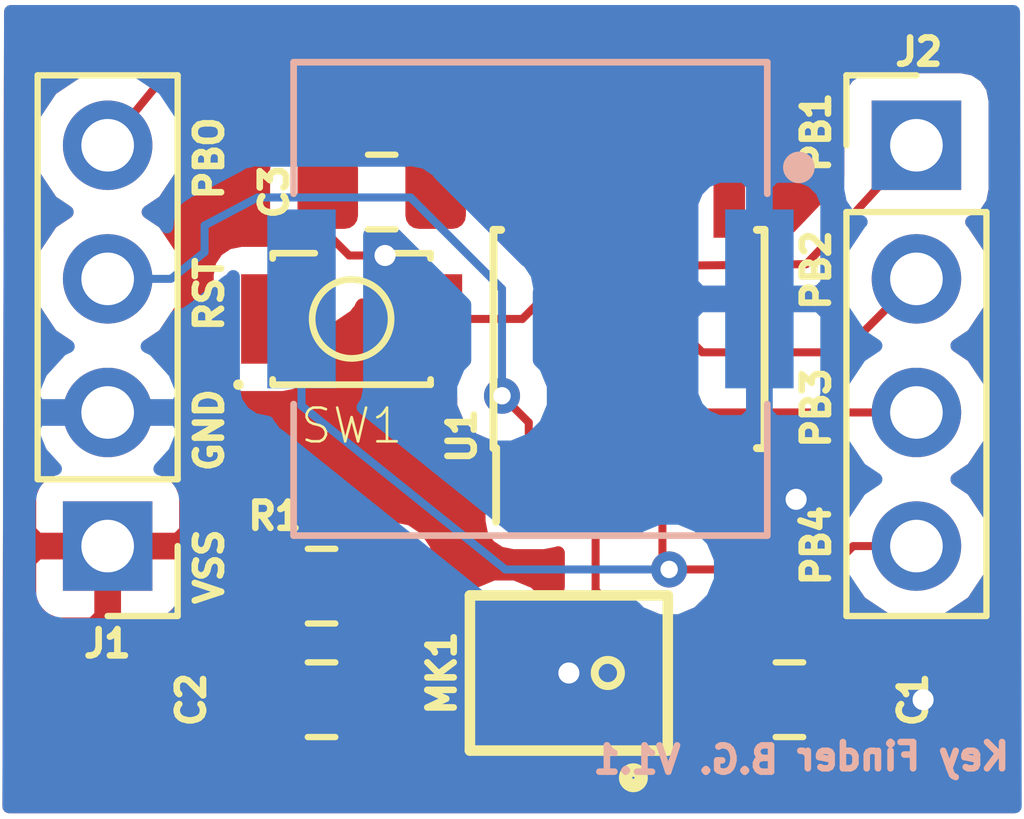
<source format=kicad_pcb>
(kicad_pcb (version 20171130) (host pcbnew "(5.0.1)-4")

  (general
    (thickness 1.6)
    (drawings 8)
    (tracks 71)
    (zones 0)
    (modules 10)
    (nets 11)
  )

  (page A4)
  (layers
    (0 F.Cu signal)
    (31 B.Cu signal)
    (34 B.Paste user)
    (35 F.Paste user)
    (36 B.SilkS user)
    (37 F.SilkS user)
    (38 B.Mask user hide)
    (39 F.Mask user)
    (40 Dwgs.User user)
    (41 Cmts.User user)
    (42 Eco1.User user)
    (43 Eco2.User user)
    (44 Edge.Cuts user)
    (45 Margin user hide)
    (46 B.CrtYd user hide)
    (47 F.CrtYd user hide)
    (48 B.Fab user)
    (49 F.Fab user)
  )

  (setup
    (last_trace_width 0.1524)
    (trace_clearance 0.1524)
    (zone_clearance 0.508)
    (zone_45_only no)
    (trace_min 0.1524)
    (segment_width 0.2)
    (edge_width 0.2)
    (via_size 0.6858)
    (via_drill 0.3302)
    (via_min_size 0.6858)
    (via_min_drill 0.254)
    (uvia_size 0.6858)
    (uvia_drill 0.3302)
    (uvias_allowed no)
    (uvia_min_size 0.2)
    (uvia_min_drill 0.1)
    (pcb_text_width 0.3)
    (pcb_text_size 1.5 1.5)
    (mod_edge_width 0.15)
    (mod_text_size 1 1)
    (mod_text_width 0.15)
    (pad_size 1.5 1.5)
    (pad_drill 0.6)
    (pad_to_mask_clearance 0.0508)
    (solder_mask_min_width 0.25)
    (aux_axis_origin 0 0)
    (visible_elements 7FFDFFFF)
    (pcbplotparams
      (layerselection 0x010fc_ffffffff)
      (usegerberextensions false)
      (usegerberattributes false)
      (usegerberadvancedattributes false)
      (creategerberjobfile false)
      (excludeedgelayer true)
      (linewidth 0.100000)
      (plotframeref false)
      (viasonmask false)
      (mode 1)
      (useauxorigin false)
      (hpglpennumber 1)
      (hpglpenspeed 20)
      (hpglpendiameter 15.000000)
      (psnegative false)
      (psa4output false)
      (plotreference true)
      (plotvalue true)
      (plotinvisibletext false)
      (padsonsilk false)
      (subtractmaskfromsilk false)
      (outputformat 1)
      (mirror false)
      (drillshape 1)
      (scaleselection 1)
      (outputdirectory ""))
  )

  (net 0 "")
  (net 1 +2V8)
  (net 2 GND)
  (net 3 "Net-(C2-Pad1)")
  (net 4 PB4)
  (net 5 "Net-(MK1-Pad3)")
  (net 6 PB3)
  (net 7 PB2)
  (net 8 Reset)
  (net 9 PB0)
  (net 10 PB1)

  (net_class Default "This is the default net class."
    (clearance 0.1524)
    (trace_width 0.1524)
    (via_dia 0.6858)
    (via_drill 0.3302)
    (uvia_dia 0.6858)
    (uvia_drill 0.3302)
    (add_net +2V8)
    (add_net GND)
    (add_net "Net-(C2-Pad1)")
    (add_net "Net-(MK1-Pad3)")
    (add_net PB0)
    (add_net PB1)
    (add_net PB2)
    (add_net PB3)
    (add_net PB4)
    (add_net Reset)
  )

  (module Button_Switch_SMD:SW_B3U-1000P (layer F.Cu) (tedit 5C4E5125) (tstamp 5C5A97CA)
    (at 105.0925 56.007 180)
    (path /5C4EB910)
    (attr smd)
    (fp_text reference SW1 (at 0 -2.032) (layer F.SilkS)
      (effects (font (size 0.641085 0.641085) (thickness 0.05)))
    )
    (fp_text value B3U-1000P (at 3.0949 0.218087 270) (layer Dwgs.User)
      (effects (font (size 0.640269 0.640269) (thickness 0.05)))
    )
    (fp_line (start -2.5 1.5) (end -2.5 -1.5) (layer Eco1.User) (width 0.05))
    (fp_line (start -0.75 1.5) (end -2.5 1.5) (layer Eco1.User) (width 0.05))
    (fp_line (start 0.75 1.5) (end -0.75 1.5) (layer Eco1.User) (width 0.05))
    (fp_line (start 2.5 1.5) (end 0.75 1.5) (layer Eco1.User) (width 0.05))
    (fp_line (start 2.5 -1.5) (end 2.5 1.5) (layer Eco1.User) (width 0.05))
    (fp_line (start -2.5 -1.5) (end 2.5 -1.5) (layer Eco1.User) (width 0.05))
    (fp_circle (center 2.15 -1.25) (end 2.2 -1.25) (layer F.SilkS) (width 0.1))
    (fp_line (start 1.5 1.25) (end 0.7 1.25) (layer F.SilkS) (width 0.127))
    (fp_line (start 1.5 1.15) (end 1.5 1.25) (layer F.SilkS) (width 0.127))
    (fp_line (start -1.5 1.25) (end -0.7 1.25) (layer F.SilkS) (width 0.127))
    (fp_line (start -1.5 1.15) (end -1.5 1.25) (layer F.SilkS) (width 0.127))
    (fp_line (start 1.5 -1.25) (end 1.5 -1.15) (layer F.SilkS) (width 0.127))
    (fp_line (start -1.5 -1.25) (end 1.5 -1.25) (layer F.SilkS) (width 0.127))
    (fp_line (start -1.5 -1.15) (end -1.5 -1.25) (layer F.SilkS) (width 0.127))
    (fp_circle (center 0 0) (end 0.75 0) (layer F.SilkS) (width 0.127))
    (fp_line (start -1.5 1.25) (end -1.5 -1.25) (layer Dwgs.User) (width 0.127))
    (fp_line (start 1.5 1.25) (end -1.5 1.25) (layer Dwgs.User) (width 0.127))
    (fp_line (start 1.5 -1.25) (end 1.5 1.25) (layer Dwgs.User) (width 0.127))
    (fp_line (start -1.5 -1.25) (end 1.5 -1.25) (layer Dwgs.User) (width 0.127))
    (pad 1 smd rect (at 1.7 0 180) (size 0.8 1.7) (layers F.Cu F.Paste F.Mask)
      (net 2 GND))
    (pad 2 smd rect (at -1.7 0 180) (size 0.8 1.7) (layers F.Cu F.Paste F.Mask)
      (net 7 PB2))
  )

  (module Buzzer_Beeper:XDCR_PKMCS0909E4000-R1 (layer B.Cu) (tedit 5C269D44) (tstamp 5C21BC0E)
    (at 108.49 55.626 180)
    (path /5C19A03D)
    (attr smd)
    (fp_text reference LS1 (at -5.1115 0 90) (layer B.SilkS) hide
      (effects (font (size 1.00146 1.00146) (thickness 0.05)) (justify mirror))
    )
    (fp_text value PKMCS0909E4000-R1 (at -1.30944 -5.5338 180) (layer B.SilkS) hide
      (effects (font (size 1.00341 1.00341) (thickness 0.05)) (justify mirror))
    )
    (fp_line (start 5.2 4.8) (end -5.2 4.8) (layer B.CrtYd) (width 0.05))
    (fp_line (start 5.2 -4.8) (end 5.2 4.8) (layer B.CrtYd) (width 0.05))
    (fp_line (start -5.2 -4.8) (end 5.2 -4.8) (layer B.CrtYd) (width 0.05))
    (fp_line (start -5.2 4.8) (end -5.2 -4.8) (layer B.CrtYd) (width 0.05))
    (fp_line (start 4.5 4.5) (end -4.5 4.5) (layer Dwgs.User) (width 0.127))
    (fp_line (start 4.5 -4.5) (end 4.5 4.5) (layer Dwgs.User) (width 0.127))
    (fp_line (start -4.5 -4.5) (end 4.5 -4.5) (layer Dwgs.User) (width 0.127))
    (fp_line (start -4.5 4.5) (end -4.5 -4.5) (layer Dwgs.User) (width 0.127))
    (fp_circle (center -5.1 2.5) (end -4.95 2.5) (layer B.SilkS) (width 0.3))
    (fp_line (start -4.5 -4.5) (end -4.5 -2) (layer B.SilkS) (width 0.127))
    (fp_line (start 4.5 -4.5) (end -4.5 -4.5) (layer B.SilkS) (width 0.127))
    (fp_line (start 4.5 -2) (end 4.5 -4.5) (layer B.SilkS) (width 0.127))
    (fp_line (start 4.5 4.5) (end 4.5 2) (layer B.SilkS) (width 0.127))
    (fp_line (start -4.5 4.5) (end 4.5 4.5) (layer B.SilkS) (width 0.127))
    (fp_line (start -4.5 2) (end -4.5 4.5) (layer B.SilkS) (width 0.127))
    (pad 2 smd rect (at 4.35 0 180) (size 1.3 3.4) (layers B.Cu B.Paste B.Mask)
      (net 4 PB4))
    (pad 1 smd rect (at -4.35 0 180) (size 1.3 3.4) (layers B.Cu B.Paste B.Mask)
      (net 2 GND))
  )

  (module Sensor_Audio:SPU0414HR5H-SB (layer F.Cu) (tedit 5C26A46E) (tstamp 5C466030)
    (at 109.22 62.738 270)
    (descr SPU0414HR5H-SB)
    (tags Microphone)
    (path /5C1A9BE1)
    (attr smd)
    (fp_text reference MK1 (at 0 2.413 90) (layer F.SilkS)
      (effects (font (size 0.5 0.5) (thickness 0.125)))
    )
    (fp_text value SPU0414HR5H-SB (at 5.808 -3.314) (layer F.SilkS) hide
      (effects (font (size 1.27 1.27) (thickness 0.254)))
    )
    (fp_circle (center 0 -0.7406) (end 0.25 -0.7406) (layer F.SilkS) (width 0.15))
    (fp_circle (center 1.992 -1.226) (end 1.971 -1.226) (layer F.SilkS) (width 0.254))
    (fp_line (start 1.475 1.88) (end -1.475 1.88) (layer F.SilkS) (width 0.2))
    (fp_line (start 1.475 -1.88) (end 1.475 1.88) (layer F.SilkS) (width 0.2))
    (fp_line (start -1.475 -1.88) (end 1.475 -1.88) (layer F.SilkS) (width 0.2))
    (fp_line (start -1.475 1.88) (end -1.475 -1.88) (layer F.SilkS) (width 0.2))
    (fp_line (start -1.475 1.88) (end -1.475 -1.88) (layer F.CrtYd) (width 0.05))
    (fp_line (start 1.475 1.88) (end -1.475 1.88) (layer F.CrtYd) (width 0.05))
    (fp_line (start 1.475 -1.88) (end 1.475 1.88) (layer F.CrtYd) (width 0.05))
    (fp_line (start -1.475 -1.88) (end 1.475 -1.88) (layer F.CrtYd) (width 0.05))
    (pad 4 smd circle (at -0.85 -1.23) (size 0.8 0.8) (layers F.Cu F.Paste F.Mask)
      (net 6 PB3))
    (pad 3 smd circle (at -0.85 1.23) (size 0.8 0.8) (layers F.Cu F.Paste F.Mask)
      (net 5 "Net-(MK1-Pad3)"))
    (pad 2 smd circle (at 0.85 1.23) (size 0.8 0.8) (layers F.Cu F.Paste F.Mask)
      (net 2 GND))
    (pad 1 smd circle (at 0.85 -1.23) (size 0.8 0.8) (layers F.Cu F.Paste F.Mask)
      (net 1 +2V8))
  )

  (module Connector_PinHeader_2.54mm:PinHeader_1x04_P2.54mm_Vertical (layer F.Cu) (tedit 5C4E4FCA) (tstamp 5C21BB0B)
    (at 100.457 60.325 180)
    (descr "Through hole straight pin header, 1x04, 2.54mm pitch, single row")
    (tags "Through hole pin header THT 1x04 2.54mm single row")
    (path /5C222480)
    (fp_text reference J1 (at 0.00508 -1.8542) (layer F.SilkS)
      (effects (font (size 0.5 0.5) (thickness 0.125)))
    )
    (fp_text value Conn_01x04 (at 2.39558 5.3812 180) (layer F.Fab) hide
      (effects (font (size 1 1) (thickness 0.15)))
    )
    (fp_text user %R (at 0.0635 6.30428 270) (layer F.Fab) hide
      (effects (font (size 1 1) (thickness 0.15)))
    )
    (fp_line (start 1.8 -1.8) (end -1.8 -1.8) (layer F.CrtYd) (width 0.05))
    (fp_line (start 1.8 9.4) (end 1.8 -1.8) (layer F.CrtYd) (width 0.05))
    (fp_line (start -1.8 9.4) (end 1.8 9.4) (layer F.CrtYd) (width 0.05))
    (fp_line (start -1.8 -1.8) (end -1.8 9.4) (layer F.CrtYd) (width 0.05))
    (fp_line (start -1.33 -1.33) (end 0 -1.33) (layer F.SilkS) (width 0.12))
    (fp_line (start -1.33 0) (end -1.33 -1.33) (layer F.SilkS) (width 0.12))
    (fp_line (start -1.33 1.27) (end 1.33 1.27) (layer F.SilkS) (width 0.12))
    (fp_line (start 1.33 1.27) (end 1.33 8.95) (layer F.SilkS) (width 0.12))
    (fp_line (start -1.33 1.27) (end -1.33 8.95) (layer F.SilkS) (width 0.12))
    (fp_line (start -1.33 8.95) (end 1.33 8.95) (layer F.SilkS) (width 0.12))
    (fp_line (start -1.27 -0.635) (end -0.635 -1.27) (layer F.Fab) (width 0.1))
    (fp_line (start -1.27 8.89) (end -1.27 -0.635) (layer F.Fab) (width 0.1))
    (fp_line (start 1.27 8.89) (end -1.27 8.89) (layer F.Fab) (width 0.1))
    (fp_line (start 1.27 -1.27) (end 1.27 8.89) (layer F.Fab) (width 0.1))
    (fp_line (start -0.635 -1.27) (end 1.27 -1.27) (layer F.Fab) (width 0.1))
    (pad 4 thru_hole oval (at 0 7.62 180) (size 1.7 1.7) (drill 1) (layers *.Cu *.Mask)
      (net 9 PB0))
    (pad 3 thru_hole oval (at 0 5.08 180) (size 1.7 1.7) (drill 1) (layers *.Cu *.Mask)
      (net 8 Reset))
    (pad 2 thru_hole oval (at 0 2.54 180) (size 1.7 1.7) (drill 1) (layers *.Cu *.Mask)
      (net 2 GND))
    (pad 1 thru_hole rect (at 0 0 180) (size 1.7 1.7) (drill 1) (layers *.Cu *.Mask)
      (net 1 +2V8))
    (model ${KISYS3DMOD}/Connector_PinHeader_2.54mm.3dshapes/PinHeader_1x04_P2.54mm_Vertical.wrl
      (at (xyz 0 0 0))
      (scale (xyz 1 1 1))
      (rotate (xyz 0 0 0))
    )
  )

  (module Package_SO:SOIC-8_3.9x4.9mm_P1.27mm (layer F.Cu) (tedit 5C26A512) (tstamp 5C21AB37)
    (at 110.363 56.388 90)
    (descr "8-Lead Plastic Small Outline (SN) - Narrow, 3.90 mm Body [SOIC] (see Microchip Packaging Specification 00000049BS.pdf)")
    (tags "SOIC 1.27")
    (path /5C20002F)
    (attr smd)
    (fp_text reference U1 (at -1.8415 -3.175 90) (layer F.SilkS)
      (effects (font (size 0.5 0.5) (thickness 0.125)))
    )
    (fp_text value ATtiny13A-SSU (at 0 3.5 90) (layer F.Fab) hide
      (effects (font (size 1 1) (thickness 0.15)))
    )
    (fp_line (start -2.075 -2.525) (end -3.475 -2.525) (layer F.SilkS) (width 0.15))
    (fp_line (start -2.075 2.575) (end 2.075 2.575) (layer F.SilkS) (width 0.15))
    (fp_line (start -2.075 -2.575) (end 2.075 -2.575) (layer F.SilkS) (width 0.15))
    (fp_line (start -2.075 2.575) (end -2.075 2.43) (layer F.SilkS) (width 0.15))
    (fp_line (start 2.075 2.575) (end 2.075 2.43) (layer F.SilkS) (width 0.15))
    (fp_line (start 2.075 -2.575) (end 2.075 -2.43) (layer F.SilkS) (width 0.15))
    (fp_line (start -2.075 -2.575) (end -2.075 -2.525) (layer F.SilkS) (width 0.15))
    (fp_line (start -3.73 2.7) (end 3.73 2.7) (layer F.CrtYd) (width 0.05))
    (fp_line (start -3.73 -2.7) (end 3.73 -2.7) (layer F.CrtYd) (width 0.05))
    (fp_line (start 3.73 -2.7) (end 3.73 2.7) (layer F.CrtYd) (width 0.05))
    (fp_line (start -3.73 -2.7) (end -3.73 2.7) (layer F.CrtYd) (width 0.05))
    (fp_line (start -1.95 -1.45) (end -0.95 -2.45) (layer F.Fab) (width 0.1))
    (fp_line (start -1.95 2.45) (end -1.95 -1.45) (layer F.Fab) (width 0.1))
    (fp_line (start 1.95 2.45) (end -1.95 2.45) (layer F.Fab) (width 0.1))
    (fp_line (start 1.95 -2.45) (end 1.95 2.45) (layer F.Fab) (width 0.1))
    (fp_line (start -0.95 -2.45) (end 1.95 -2.45) (layer F.Fab) (width 0.1))
    (fp_text user %R (at 0 0 90) (layer F.Fab)
      (effects (font (size 1 1) (thickness 0.15)))
    )
    (pad 8 smd rect (at 2.7 -1.905 90) (size 1.55 0.6) (layers F.Cu F.Paste F.Mask)
      (net 1 +2V8))
    (pad 7 smd rect (at 2.7 -0.635 90) (size 1.55 0.6) (layers F.Cu F.Paste F.Mask)
      (net 7 PB2))
    (pad 6 smd rect (at 2.7 0.635 90) (size 1.55 0.6) (layers F.Cu F.Paste F.Mask)
      (net 10 PB1))
    (pad 5 smd rect (at 2.7 1.905 90) (size 1.55 0.6) (layers F.Cu F.Paste F.Mask)
      (net 9 PB0))
    (pad 4 smd rect (at -2.7 1.905 90) (size 1.55 0.6) (layers F.Cu F.Paste F.Mask)
      (net 2 GND))
    (pad 3 smd rect (at -2.7 0.635 90) (size 1.55 0.6) (layers F.Cu F.Paste F.Mask)
      (net 4 PB4))
    (pad 2 smd rect (at -2.7 -0.635 90) (size 1.55 0.6) (layers F.Cu F.Paste F.Mask)
      (net 6 PB3))
    (pad 1 smd rect (at -2.7 -1.905 90) (size 1.55 0.6) (layers F.Cu F.Paste F.Mask)
      (net 8 Reset))
    (model ${KISYS3DMOD}/Package_SO.3dshapes/SOIC-8_3.9x4.9mm_P1.27mm.wrl
      (at (xyz 0 0 0))
      (scale (xyz 1 1 1))
      (rotate (xyz 0 0 0))
    )
  )

  (module Connector_PinHeader_2.54mm:PinHeader_1x04_P2.54mm_Vertical (layer F.Cu) (tedit 5C26A4FD) (tstamp 5C4E525C)
    (at 115.824 52.705)
    (descr "Through hole straight pin header, 1x04, 2.54mm pitch, single row")
    (tags "Through hole pin header THT 1x04 2.54mm single row")
    (path /5C222D9C)
    (fp_text reference J2 (at 0.04572 -1.77546) (layer F.SilkS)
      (effects (font (size 0.5 0.5) (thickness 0.125)))
    )
    (fp_text value Conn_01x04 (at -2.5 8.25) (layer F.Fab) hide
      (effects (font (size 1 1) (thickness 0.15)))
    )
    (fp_text user %R (at 0 3.81 180) (layer F.Fab)
      (effects (font (size 1 1) (thickness 0.15)))
    )
    (fp_line (start 1.8 -1.8) (end -1.8 -1.8) (layer F.CrtYd) (width 0.05))
    (fp_line (start 1.8 9.4) (end 1.8 -1.8) (layer F.CrtYd) (width 0.05))
    (fp_line (start -1.8 9.4) (end 1.8 9.4) (layer F.CrtYd) (width 0.05))
    (fp_line (start -1.8 -1.8) (end -1.8 9.4) (layer F.CrtYd) (width 0.05))
    (fp_line (start -1.33 -1.33) (end 0 -1.33) (layer F.SilkS) (width 0.12))
    (fp_line (start -1.33 0) (end -1.33 -1.33) (layer F.SilkS) (width 0.12))
    (fp_line (start -1.33 1.27) (end 1.33 1.27) (layer F.SilkS) (width 0.12))
    (fp_line (start 1.33 1.27) (end 1.33 8.95) (layer F.SilkS) (width 0.12))
    (fp_line (start -1.33 1.27) (end -1.33 8.95) (layer F.SilkS) (width 0.12))
    (fp_line (start -1.33 8.95) (end 1.33 8.95) (layer F.SilkS) (width 0.12))
    (fp_line (start -1.27 -0.635) (end -0.635 -1.27) (layer F.Fab) (width 0.1))
    (fp_line (start -1.27 8.89) (end -1.27 -0.635) (layer F.Fab) (width 0.1))
    (fp_line (start 1.27 8.89) (end -1.27 8.89) (layer F.Fab) (width 0.1))
    (fp_line (start 1.27 -1.27) (end 1.27 8.89) (layer F.Fab) (width 0.1))
    (fp_line (start -0.635 -1.27) (end 1.27 -1.27) (layer F.Fab) (width 0.1))
    (pad 4 thru_hole oval (at 0 7.62) (size 1.7 1.7) (drill 1) (layers *.Cu *.Mask)
      (net 4 PB4))
    (pad 3 thru_hole oval (at 0 5.08) (size 1.7 1.7) (drill 1) (layers *.Cu *.Mask)
      (net 6 PB3))
    (pad 2 thru_hole oval (at 0 2.54) (size 1.7 1.7) (drill 1) (layers *.Cu *.Mask)
      (net 7 PB2))
    (pad 1 thru_hole rect (at 0 0) (size 1.7 1.7) (drill 1) (layers *.Cu *.Mask)
      (net 10 PB1))
    (model ${KISYS3DMOD}/Connector_PinHeader_2.54mm.3dshapes/PinHeader_1x04_P2.54mm_Vertical.wrl
      (at (xyz 0 0 0))
      (scale (xyz 1 1 1))
      (rotate (xyz 0 0 0))
    )
  )

  (module Capacitor_SMD:C_0805_2012Metric_Pad1.15x1.40mm_HandSolder (layer F.Cu) (tedit 5C26A585) (tstamp 5C22BF75)
    (at 113.411 63.246)
    (descr "Capacitor SMD 0805 (2012 Metric), square (rectangular) end terminal, IPC_7351 nominal with elongated pad for handsoldering. (Body size source: https://docs.google.com/spreadsheets/d/1BsfQQcO9C6DZCsRaXUlFlo91Tg2WpOkGARC1WS5S8t0/edit?usp=sharing), generated with kicad-footprint-generator")
    (tags "capacitor handsolder")
    (path /5C185EFF)
    (attr smd)
    (fp_text reference C1 (at 2.3495 0 90) (layer F.SilkS)
      (effects (font (size 0.5 0.5) (thickness 0.125)))
    )
    (fp_text value 10uF (at 0 1.65) (layer F.Fab) hide
      (effects (font (size 1 1) (thickness 0.15)))
    )
    (fp_text user %R (at 0 0) (layer F.Fab)
      (effects (font (size 0.5 0.5) (thickness 0.08)))
    )
    (fp_line (start 1.85 0.95) (end -1.85 0.95) (layer F.CrtYd) (width 0.05))
    (fp_line (start 1.85 -0.95) (end 1.85 0.95) (layer F.CrtYd) (width 0.05))
    (fp_line (start -1.85 -0.95) (end 1.85 -0.95) (layer F.CrtYd) (width 0.05))
    (fp_line (start -1.85 0.95) (end -1.85 -0.95) (layer F.CrtYd) (width 0.05))
    (fp_line (start -0.261252 0.71) (end 0.261252 0.71) (layer F.SilkS) (width 0.12))
    (fp_line (start -0.261252 -0.71) (end 0.261252 -0.71) (layer F.SilkS) (width 0.12))
    (fp_line (start 1 0.6) (end -1 0.6) (layer F.Fab) (width 0.1))
    (fp_line (start 1 -0.6) (end 1 0.6) (layer F.Fab) (width 0.1))
    (fp_line (start -1 -0.6) (end 1 -0.6) (layer F.Fab) (width 0.1))
    (fp_line (start -1 0.6) (end -1 -0.6) (layer F.Fab) (width 0.1))
    (pad 2 smd roundrect (at 1.025 0) (size 1.15 1.4) (layers F.Cu F.Paste F.Mask) (roundrect_rratio 0.217391)
      (net 2 GND))
    (pad 1 smd roundrect (at -1.025 0) (size 1.15 1.4) (layers F.Cu F.Paste F.Mask) (roundrect_rratio 0.217391)
      (net 1 +2V8))
    (model ${KISYS3DMOD}/Capacitor_SMD.3dshapes/C_0805_2012Metric.wrl
      (at (xyz 0 0 0))
      (scale (xyz 1 1 1))
      (rotate (xyz 0 0 0))
    )
  )

  (module Capacitor_SMD:C_0805_2012Metric_Pad1.15x1.40mm_HandSolder (layer F.Cu) (tedit 5C26A55D) (tstamp 5C46589F)
    (at 104.521 63.246)
    (descr "Capacitor SMD 0805 (2012 Metric), square (rectangular) end terminal, IPC_7351 nominal with elongated pad for handsoldering. (Body size source: https://docs.google.com/spreadsheets/d/1BsfQQcO9C6DZCsRaXUlFlo91Tg2WpOkGARC1WS5S8t0/edit?usp=sharing), generated with kicad-footprint-generator")
    (tags "capacitor handsolder")
    (path /5C1B8053)
    (attr smd)
    (fp_text reference C2 (at -2.4765 0 90) (layer F.SilkS)
      (effects (font (size 0.5 0.5) (thickness 0.125)))
    )
    (fp_text value .16uf (at -0.762 -1.524 180) (layer F.Fab) hide
      (effects (font (size 1 1) (thickness 0.15)))
    )
    (fp_text user %R (at 0 0) (layer F.Fab)
      (effects (font (size 0.5 0.5) (thickness 0.08)))
    )
    (fp_line (start 1.85 0.95) (end -1.85 0.95) (layer F.CrtYd) (width 0.05))
    (fp_line (start 1.85 -0.95) (end 1.85 0.95) (layer F.CrtYd) (width 0.05))
    (fp_line (start -1.85 -0.95) (end 1.85 -0.95) (layer F.CrtYd) (width 0.05))
    (fp_line (start -1.85 0.95) (end -1.85 -0.95) (layer F.CrtYd) (width 0.05))
    (fp_line (start -0.261252 0.71) (end 0.261252 0.71) (layer F.SilkS) (width 0.12))
    (fp_line (start -0.261252 -0.71) (end 0.261252 -0.71) (layer F.SilkS) (width 0.12))
    (fp_line (start 1 0.6) (end -1 0.6) (layer F.Fab) (width 0.1))
    (fp_line (start 1 -0.6) (end 1 0.6) (layer F.Fab) (width 0.1))
    (fp_line (start -1 -0.6) (end 1 -0.6) (layer F.Fab) (width 0.1))
    (fp_line (start -1 0.6) (end -1 -0.6) (layer F.Fab) (width 0.1))
    (pad 2 smd roundrect (at 1.025 0) (size 1.15 1.4) (layers F.Cu F.Paste F.Mask) (roundrect_rratio 0.217391)
      (net 2 GND))
    (pad 1 smd roundrect (at -1.025 0) (size 1.15 1.4) (layers F.Cu F.Paste F.Mask) (roundrect_rratio 0.217391)
      (net 3 "Net-(C2-Pad1)"))
    (model ${KISYS3DMOD}/Capacitor_SMD.3dshapes/C_0805_2012Metric.wrl
      (at (xyz 0 0 0))
      (scale (xyz 1 1 1))
      (rotate (xyz 0 0 0))
    )
  )

  (module Capacitor_SMD:C_0805_2012Metric_Pad1.15x1.40mm_HandSolder (layer F.Cu) (tedit 5C26A520) (tstamp 5C21A20A)
    (at 105.664 53.594 180)
    (descr "Capacitor SMD 0805 (2012 Metric), square (rectangular) end terminal, IPC_7351 nominal with elongated pad for handsoldering. (Body size source: https://docs.google.com/spreadsheets/d/1BsfQQcO9C6DZCsRaXUlFlo91Tg2WpOkGARC1WS5S8t0/edit?usp=sharing), generated with kicad-footprint-generator")
    (tags "capacitor handsolder")
    (path /5C1AFC41)
    (attr smd)
    (fp_text reference C3 (at 2.04216 0.00254 270) (layer F.SilkS)
      (effects (font (size 0.5 0.5) (thickness 0.125)))
    )
    (fp_text value 10uF (at 0.04162 0.2525 180) (layer F.Fab) hide
      (effects (font (size 1 1) (thickness 0.15)))
    )
    (fp_text user %R (at 0 0 180) (layer F.Fab)
      (effects (font (size 0.5 0.5) (thickness 0.08)))
    )
    (fp_line (start 1.85 0.95) (end -1.85 0.95) (layer F.CrtYd) (width 0.05))
    (fp_line (start 1.85 -0.95) (end 1.85 0.95) (layer F.CrtYd) (width 0.05))
    (fp_line (start -1.85 -0.95) (end 1.85 -0.95) (layer F.CrtYd) (width 0.05))
    (fp_line (start -1.85 0.95) (end -1.85 -0.95) (layer F.CrtYd) (width 0.05))
    (fp_line (start -0.261252 0.71) (end 0.261252 0.71) (layer F.SilkS) (width 0.12))
    (fp_line (start -0.261252 -0.71) (end 0.261252 -0.71) (layer F.SilkS) (width 0.12))
    (fp_line (start 1 0.6) (end -1 0.6) (layer F.Fab) (width 0.1))
    (fp_line (start 1 -0.6) (end 1 0.6) (layer F.Fab) (width 0.1))
    (fp_line (start -1 -0.6) (end 1 -0.6) (layer F.Fab) (width 0.1))
    (fp_line (start -1 0.6) (end -1 -0.6) (layer F.Fab) (width 0.1))
    (pad 2 smd roundrect (at 1.025 0 180) (size 1.15 1.4) (layers F.Cu F.Paste F.Mask) (roundrect_rratio 0.217391)
      (net 2 GND))
    (pad 1 smd roundrect (at -1.025 0 180) (size 1.15 1.4) (layers F.Cu F.Paste F.Mask) (roundrect_rratio 0.217391)
      (net 1 +2V8))
    (model ${KISYS3DMOD}/Capacitor_SMD.3dshapes/C_0805_2012Metric.wrl
      (at (xyz 0 0 0))
      (scale (xyz 1 1 1))
      (rotate (xyz 0 0 0))
    )
  )

  (module Resistor_SMD:R_0805_2012Metric_Pad1.15x1.40mm_HandSolder (layer F.Cu) (tedit 5C26A549) (tstamp 5C217DED)
    (at 104.521 61.087 180)
    (descr "Resistor SMD 0805 (2012 Metric), square (rectangular) end terminal, IPC_7351 nominal with elongated pad for handsoldering. (Body size source: https://docs.google.com/spreadsheets/d/1BsfQQcO9C6DZCsRaXUlFlo91Tg2WpOkGARC1WS5S8t0/edit?usp=sharing), generated with kicad-footprint-generator")
    (tags "resistor handsolder")
    (path /5C1B83A3)
    (attr smd)
    (fp_text reference R1 (at 0.889 1.3335) (layer F.SilkS)
      (effects (font (size 0.5 0.5) (thickness 0.125)))
    )
    (fp_text value 10 (at 0 1.65 180) (layer F.Fab) hide
      (effects (font (size 1 1) (thickness 0.15)))
    )
    (fp_text user %R (at 0 0 180) (layer F.Fab)
      (effects (font (size 0.5 0.5) (thickness 0.08)))
    )
    (fp_line (start 1.85 0.95) (end -1.85 0.95) (layer F.CrtYd) (width 0.05))
    (fp_line (start 1.85 -0.95) (end 1.85 0.95) (layer F.CrtYd) (width 0.05))
    (fp_line (start -1.85 -0.95) (end 1.85 -0.95) (layer F.CrtYd) (width 0.05))
    (fp_line (start -1.85 0.95) (end -1.85 -0.95) (layer F.CrtYd) (width 0.05))
    (fp_line (start -0.261252 0.71) (end 0.261252 0.71) (layer F.SilkS) (width 0.12))
    (fp_line (start -0.261252 -0.71) (end 0.261252 -0.71) (layer F.SilkS) (width 0.12))
    (fp_line (start 1 0.6) (end -1 0.6) (layer F.Fab) (width 0.1))
    (fp_line (start 1 -0.6) (end 1 0.6) (layer F.Fab) (width 0.1))
    (fp_line (start -1 -0.6) (end 1 -0.6) (layer F.Fab) (width 0.1))
    (fp_line (start -1 0.6) (end -1 -0.6) (layer F.Fab) (width 0.1))
    (pad 2 smd roundrect (at 1.025 0 180) (size 1.15 1.4) (layers F.Cu F.Paste F.Mask) (roundrect_rratio 0.217391)
      (net 3 "Net-(C2-Pad1)"))
    (pad 1 smd roundrect (at -1.025 0 180) (size 1.15 1.4) (layers F.Cu F.Paste F.Mask) (roundrect_rratio 0.217391)
      (net 5 "Net-(MK1-Pad3)"))
    (model ${KISYS3DMOD}/Resistor_SMD.3dshapes/R_0805_2012Metric.wrl
      (at (xyz 0 0 0))
      (scale (xyz 1 1 1))
      (rotate (xyz 0 0 0))
    )
  )

  (gr_line (start 98.51136 65.4304) (end 117.729 65.4304) (layer Dwgs.User) (width 0.2))
  (gr_line (start 98.51136 50.04308) (end 98.51136 65.4304) (layer Dwgs.User) (width 0.2))
  (gr_line (start 117.78996 50.04308) (end 98.51136 50.04308) (layer Dwgs.User) (width 0.2))
  (gr_line (start 117.78996 65.42532) (end 117.78996 50.04308) (layer Dwgs.User) (width 0.2))
  (gr_text "VSS   GND   RST   PBO" (at 102.3874 56.79948 90) (layer F.SilkS) (tstamp 5C4E4D97)
    (effects (font (size 0.5 0.5) (thickness 0.125)))
  )
  (gr_text "PB4   PB3   PB2   PB1" (at 113.919 56.388 90) (layer F.SilkS) (tstamp 5C335689)
    (effects (font (size 0.5 0.5) (thickness 0.125)))
  )
  (gr_text "Key Finder" (at 115.57 64.3255) (layer B.SilkS) (tstamp 5C33523F)
    (effects (font (size 0.5 0.5) (thickness 0.125)) (justify mirror))
  )
  (gr_text "B.G. V1.1" (at 111.4425 64.389) (layer B.SilkS)
    (effects (font (size 0.5 0.5) (thickness 0.125)) (justify mirror))
  )

  (segment (start 110.792 63.246) (end 110.45 63.588) (width 0.1524) (layer F.Cu) (net 1))
  (segment (start 112.386 63.246) (end 110.792 63.246) (width 0.1524) (layer F.Cu) (net 1))
  (segment (start 106.689 53.594) (end 105.2285 52.1335) (width 0.1524) (layer F.Cu) (net 1))
  (segment (start 105.2285 52.1335) (end 102.8065 52.1335) (width 0.1524) (layer F.Cu) (net 1))
  (via (at 115.951 63.246) (size 0.8) (drill 0.4) (layers F.Cu B.Cu) (net 2))
  (via (at 113.538 59.436) (size 0.8) (drill 0.4) (layers F.Cu B.Cu) (net 2))
  (via (at 109.22 62.738) (size 0.8) (drill 0.4) (layers F.Cu B.Cu) (net 2))
  (segment (start 112.616 59.436) (end 112.268 59.088) (width 0.1524) (layer F.Cu) (net 2))
  (segment (start 113.538 59.436) (end 112.616 59.436) (width 0.1524) (layer F.Cu) (net 2))
  (segment (start 115.951 63.246) (end 114.436 63.246) (width 0.1524) (layer F.Cu) (net 2))
  (segment (start 108.37 63.588) (end 107.99 63.588) (width 0.1524) (layer F.Cu) (net 2))
  (segment (start 109.22 62.738) (end 108.37 63.588) (width 0.1524) (layer F.Cu) (net 2))
  (segment (start 105.888 63.588) (end 105.546 63.246) (width 0.1524) (layer F.Cu) (net 2))
  (segment (start 107.99 63.588) (end 105.888 63.588) (width 0.1524) (layer F.Cu) (net 2))
  (segment (start 104.775 53.721) (end 104.766 53.721) (width 0.1524) (layer F.Cu) (net 2))
  (via (at 105.7275 54.8005) (size 0.8) (drill 0.4) (layers F.Cu B.Cu) (net 2))
  (segment (start 105.0455 54.8005) (end 104.639 54.394) (width 0.1524) (layer F.Cu) (net 2))
  (segment (start 105.7275 54.8005) (end 105.0455 54.8005) (width 0.1524) (layer F.Cu) (net 2))
  (segment (start 104.639 54.394) (end 104.639 53.594) (width 0.1524) (layer F.Cu) (net 2))
  (segment (start 104.0864 55.8165) (end 103.534 55.8165) (width 0.1524) (layer F.Cu) (net 2))
  (segment (start 104.639 53.594) (end 104.648 55.4355) (width 0.1524) (layer F.Cu) (net 2))
  (segment (start 104.648 55.4355) (end 104.0864 55.8165) (width 0.1524) (layer F.Cu) (net 2))
  (segment (start 112.89284 55.61584) (end 112.84 55.626) (width 0.25) (layer B.Cu) (net 2))
  (segment (start 103.496 61.887) (end 103.496 63.246) (width 0.1524) (layer F.Cu) (net 3))
  (segment (start 103.496 61.087) (end 103.496 61.887) (width 0.1524) (layer F.Cu) (net 3))
  (segment (start 111.125 59.215) (end 110.998 59.088) (width 0.25) (layer F.Cu) (net 4) (status 30))
  (segment (start 114.621919 60.325) (end 114.177419 60.7695) (width 0.1524) (layer F.Cu) (net 4))
  (segment (start 115.824 60.325) (end 114.621919 60.325) (width 0.1524) (layer F.Cu) (net 4))
  (via (at 111.125 60.7695) (size 0.6858) (drill 0.3302) (layers F.Cu B.Cu) (net 4))
  (segment (start 114.177419 60.7695) (end 111.125 60.7695) (width 0.1524) (layer F.Cu) (net 4))
  (segment (start 104.14 56.676) (end 104.14 55.626) (width 0.1524) (layer B.Cu) (net 4))
  (segment (start 104.14 57.658) (end 104.14 56.676) (width 0.1524) (layer B.Cu) (net 4))
  (segment (start 111.125 60.7695) (end 108.0135 60.7695) (width 0.1524) (layer B.Cu) (net 4))
  (segment (start 108.0135 60.7695) (end 104.14 57.658) (width 0.1524) (layer B.Cu) (net 4))
  (segment (start 110.998 60.6425) (end 111.125 60.7695) (width 0.1524) (layer F.Cu) (net 4))
  (segment (start 110.998 59.088) (end 110.998 60.6425) (width 0.1524) (layer F.Cu) (net 4))
  (segment (start 106.347 61.888) (end 105.546 61.087) (width 0.1524) (layer F.Cu) (net 5))
  (segment (start 107.99 61.888) (end 106.347 61.888) (width 0.1524) (layer F.Cu) (net 5))
  (segment (start 109.728 58.613) (end 109.728 59.088) (width 0.1524) (layer F.Cu) (net 6))
  (segment (start 110.556 57.785) (end 109.728 58.613) (width 0.1524) (layer F.Cu) (net 6))
  (segment (start 115.824 57.785) (end 110.556 57.785) (width 0.1524) (layer F.Cu) (net 6))
  (segment (start 109.728 61.166) (end 109.728 59.088) (width 0.1524) (layer F.Cu) (net 6))
  (segment (start 110.45 61.888) (end 109.728 61.166) (width 0.1524) (layer F.Cu) (net 6))
  (segment (start 109.728 54.163) (end 109.728 53.688) (width 0.25) (layer F.Cu) (net 7) (status 30))
  (segment (start 106.934 55.892) (end 106.934 56.642) (width 0.25) (layer F.Cu) (net 7) (tstamp 5C5AA2AF))
  (segment (start 115.824 55.245) (end 114.427 56.642) (width 0.1524) (layer F.Cu) (net 7))
  (segment (start 111.7546 56.642) (end 111.8235 56.642) (width 0.1524) (layer F.Cu) (net 7))
  (segment (start 109.728 54.6154) (end 111.7546 56.642) (width 0.1524) (layer F.Cu) (net 7))
  (segment (start 109.728 53.688) (end 109.728 54.6154) (width 0.1524) (layer F.Cu) (net 7))
  (segment (start 114.427 56.642) (end 111.8235 56.642) (width 0.1524) (layer F.Cu) (net 7))
  (segment (start 108.3364 56.007) (end 106.9195 56.007) (width 0.1524) (layer F.Cu) (net 7))
  (segment (start 109.728 54.6154) (end 108.3364 56.007) (width 0.1524) (layer F.Cu) (net 7))
  (via (at 107.95 57.4675) (size 0.6858) (drill 0.3302) (layers F.Cu B.Cu) (net 8))
  (segment (start 108.458 57.9755) (end 108.458 59.088) (width 0.1524) (layer F.Cu) (net 8))
  (segment (start 107.95 57.4675) (end 108.458 57.9755) (width 0.1524) (layer F.Cu) (net 8))
  (segment (start 107.95 55.4355) (end 107.95 57.4675) (width 0.1524) (layer B.Cu) (net 8))
  (segment (start 101.659081 55.245) (end 102.2985 54.737) (width 0.1524) (layer B.Cu) (net 8))
  (segment (start 102.2985 54.737) (end 102.2985 54.229) (width 0.1524) (layer B.Cu) (net 8))
  (segment (start 100.457 55.245) (end 101.659081 55.245) (width 0.1524) (layer B.Cu) (net 8))
  (segment (start 102.2985 54.229) (end 103.307119 53.697399) (width 0.1524) (layer B.Cu) (net 8))
  (segment (start 103.307119 53.697399) (end 106.211899 53.697399) (width 0.1524) (layer B.Cu) (net 8))
  (segment (start 106.211899 53.697399) (end 107.95 55.4355) (width 0.1524) (layer B.Cu) (net 8))
  (segment (start 112.268 52.7606) (end 111.1885 51.3715) (width 0.1524) (layer F.Cu) (net 9))
  (segment (start 112.268 53.688) (end 112.268 52.7606) (width 0.1524) (layer F.Cu) (net 9))
  (segment (start 111.1885 51.3715) (end 101.548045 51.3715) (width 0.1524) (layer F.Cu) (net 9))
  (segment (start 101.548045 51.3715) (end 100.457 52.705) (width 0.1524) (layer F.Cu) (net 9))
  (segment (start 110.998 54.163) (end 110.998 53.688) (width 0.1524) (layer F.Cu) (net 10))
  (segment (start 111.5695 54.991) (end 110.998 54.163) (width 0.1524) (layer F.Cu) (net 10))
  (segment (start 113.7285 54.965503) (end 111.5695 54.991) (width 0.1524) (layer F.Cu) (net 10))
  (segment (start 115.824 52.705) (end 114.4905 54.1655) (width 0.1524) (layer F.Cu) (net 10))
  (segment (start 114.4905 54.1655) (end 113.7285 54.965503) (width 0.1524) (layer F.Cu) (net 10))

  (zone (net 2) (net_name GND) (layer B.Cu) (tstamp 5C330CE3) (hatch edge 0.508)
    (connect_pads (clearance 0.508))
    (min_thickness 0.254)
    (fill yes (arc_segments 16) (thermal_gap 0.508) (thermal_bridge_width 0.508))
    (polygon
      (pts
        (xy 98.4885 50.038) (xy 117.7925 50.038) (xy 117.82425 65.405) (xy 98.45675 65.405)
      )
    )
    (filled_polygon
      (pts
        (xy 117.696987 65.278) (xy 98.584013 65.278) (xy 98.596002 59.475) (xy 98.95956 59.475) (xy 98.95956 61.175)
        (xy 99.008843 61.422765) (xy 99.149191 61.632809) (xy 99.359235 61.773157) (xy 99.607 61.82244) (xy 101.307 61.82244)
        (xy 101.554765 61.773157) (xy 101.764809 61.632809) (xy 101.905157 61.422765) (xy 101.95444 61.175) (xy 101.95444 59.475)
        (xy 101.905157 59.227235) (xy 101.764809 59.017191) (xy 101.554765 58.876843) (xy 101.451292 58.856261) (xy 101.728645 58.551924)
        (xy 101.898476 58.14189) (xy 101.777155 57.912) (xy 100.584 57.912) (xy 100.584 57.932) (xy 100.33 57.932)
        (xy 100.33 57.912) (xy 99.136845 57.912) (xy 99.015524 58.14189) (xy 99.185355 58.551924) (xy 99.462708 58.856261)
        (xy 99.359235 58.876843) (xy 99.149191 59.017191) (xy 99.008843 59.227235) (xy 98.95956 59.475) (xy 98.596002 59.475)
        (xy 98.60999 52.705) (xy 98.942908 52.705) (xy 99.058161 53.284418) (xy 99.386375 53.775625) (xy 99.684761 53.975)
        (xy 99.386375 54.174375) (xy 99.058161 54.665582) (xy 98.942908 55.245) (xy 99.058161 55.824418) (xy 99.386375 56.315625)
        (xy 99.705478 56.528843) (xy 99.575642 56.589817) (xy 99.185355 57.018076) (xy 99.015524 57.42811) (xy 99.136845 57.658)
        (xy 100.33 57.658) (xy 100.33 57.638) (xy 100.584 57.638) (xy 100.584 57.658) (xy 101.777155 57.658)
        (xy 101.898476 57.42811) (xy 101.728645 57.018076) (xy 101.338358 56.589817) (xy 101.208522 56.528843) (xy 101.527625 56.315625)
        (xy 101.772419 55.949265) (xy 101.858543 55.94216) (xy 101.895648 55.923077) (xy 101.936577 55.914936) (xy 102.020455 55.85889)
        (xy 102.046639 55.845424) (xy 102.078547 55.820074) (xy 102.171827 55.757746) (xy 102.188605 55.732636) (xy 102.717976 55.312067)
        (xy 102.811245 55.249746) (xy 102.84256 55.20288) (xy 102.84256 57.326) (xy 102.891843 57.573765) (xy 103.032191 57.783809)
        (xy 103.242235 57.924157) (xy 103.49 57.97344) (xy 103.493698 57.97344) (xy 103.50411 58.006513) (xy 103.570151 58.085285)
        (xy 103.627254 58.170745) (xy 103.718929 58.232001) (xy 107.48289 61.255512) (xy 107.500754 61.282246) (xy 107.59243 61.343502)
        (xy 107.622718 61.367832) (xy 107.650539 61.382329) (xy 107.736004 61.439436) (xy 107.775017 61.447196) (xy 107.810292 61.465578)
        (xy 107.912682 61.474579) (xy 107.943454 61.4807) (xy 107.982309 61.4807) (xy 108.092138 61.490355) (xy 108.122805 61.4807)
        (xy 110.453241 61.4807) (xy 110.571064 61.598523) (xy 110.930484 61.7474) (xy 111.319516 61.7474) (xy 111.678936 61.598523)
        (xy 111.954023 61.323436) (xy 112.1029 60.964016) (xy 112.1029 60.574984) (xy 111.954023 60.215564) (xy 111.678936 59.940477)
        (xy 111.319516 59.7916) (xy 110.930484 59.7916) (xy 110.571064 59.940477) (xy 110.453241 60.0583) (xy 108.263773 60.0583)
        (xy 105.312233 57.687392) (xy 105.388157 57.573765) (xy 105.43744 57.326) (xy 105.43744 54.408599) (xy 105.917311 54.408599)
        (xy 107.2388 55.730089) (xy 107.238801 56.79574) (xy 107.120977 56.913564) (xy 106.9721 57.272984) (xy 106.9721 57.662016)
        (xy 107.120977 58.021436) (xy 107.396064 58.296523) (xy 107.755484 58.4454) (xy 108.144516 58.4454) (xy 108.503936 58.296523)
        (xy 108.779023 58.021436) (xy 108.9279 57.662016) (xy 108.9279 57.272984) (xy 108.779023 56.913564) (xy 108.6612 56.795741)
        (xy 108.6612 55.91175) (xy 111.555 55.91175) (xy 111.555 57.45231) (xy 111.651673 57.685699) (xy 111.830302 57.864327)
        (xy 112.063691 57.961) (xy 112.55425 57.961) (xy 112.713 57.80225) (xy 112.713 55.753) (xy 112.967 55.753)
        (xy 112.967 57.80225) (xy 113.12575 57.961) (xy 113.616309 57.961) (xy 113.849698 57.864327) (xy 114.028327 57.685699)
        (xy 114.125 57.45231) (xy 114.125 55.91175) (xy 113.96625 55.753) (xy 112.967 55.753) (xy 112.713 55.753)
        (xy 111.71375 55.753) (xy 111.555 55.91175) (xy 108.6612 55.91175) (xy 108.6612 55.505541) (xy 108.675132 55.435499)
        (xy 108.6612 55.365458) (xy 108.6612 55.365454) (xy 108.619936 55.158004) (xy 108.57378 55.088927) (xy 108.502424 54.982135)
        (xy 108.50242 54.982131) (xy 108.462745 54.922754) (xy 108.403369 54.88308) (xy 107.319979 53.79969) (xy 111.555 53.79969)
        (xy 111.555 55.34025) (xy 111.71375 55.499) (xy 112.713 55.499) (xy 112.713 53.44975) (xy 112.967 53.44975)
        (xy 112.967 55.499) (xy 113.96625 55.499) (xy 114.125 55.34025) (xy 114.125 55.245) (xy 114.309908 55.245)
        (xy 114.425161 55.824418) (xy 114.753375 56.315625) (xy 115.051761 56.515) (xy 114.753375 56.714375) (xy 114.425161 57.205582)
        (xy 114.309908 57.785) (xy 114.425161 58.364418) (xy 114.753375 58.855625) (xy 115.051761 59.055) (xy 114.753375 59.254375)
        (xy 114.425161 59.745582) (xy 114.309908 60.325) (xy 114.425161 60.904418) (xy 114.753375 61.395625) (xy 115.244582 61.723839)
        (xy 115.677744 61.81) (xy 115.970256 61.81) (xy 116.403418 61.723839) (xy 116.894625 61.395625) (xy 117.222839 60.904418)
        (xy 117.338092 60.325) (xy 117.222839 59.745582) (xy 116.894625 59.254375) (xy 116.596239 59.055) (xy 116.894625 58.855625)
        (xy 117.222839 58.364418) (xy 117.338092 57.785) (xy 117.222839 57.205582) (xy 116.894625 56.714375) (xy 116.596239 56.515)
        (xy 116.894625 56.315625) (xy 117.222839 55.824418) (xy 117.338092 55.245) (xy 117.222839 54.665582) (xy 116.894625 54.174375)
        (xy 116.876381 54.162184) (xy 116.921765 54.153157) (xy 117.131809 54.012809) (xy 117.272157 53.802765) (xy 117.32144 53.555)
        (xy 117.32144 51.855) (xy 117.272157 51.607235) (xy 117.131809 51.397191) (xy 116.921765 51.256843) (xy 116.674 51.20756)
        (xy 114.974 51.20756) (xy 114.726235 51.256843) (xy 114.516191 51.397191) (xy 114.375843 51.607235) (xy 114.32656 51.855)
        (xy 114.32656 53.555) (xy 114.375843 53.802765) (xy 114.516191 54.012809) (xy 114.726235 54.153157) (xy 114.771619 54.162184)
        (xy 114.753375 54.174375) (xy 114.425161 54.665582) (xy 114.309908 55.245) (xy 114.125 55.245) (xy 114.125 53.79969)
        (xy 114.028327 53.566301) (xy 113.849698 53.387673) (xy 113.616309 53.291) (xy 113.12575 53.291) (xy 112.967 53.44975)
        (xy 112.713 53.44975) (xy 112.55425 53.291) (xy 112.063691 53.291) (xy 111.830302 53.387673) (xy 111.651673 53.566301)
        (xy 111.555 53.79969) (xy 107.319979 53.79969) (xy 106.764323 53.244035) (xy 106.724645 53.184653) (xy 106.489395 53.027463)
        (xy 106.281945 52.986199) (xy 106.28194 52.986199) (xy 106.211899 52.972267) (xy 106.141858 52.986199) (xy 103.344121 52.986199)
        (xy 103.24024 52.975357) (xy 103.136142 53.006275) (xy 103.029623 53.027463) (xy 102.94277 53.085497) (xy 102.058356 53.551634)
        (xy 102.021005 53.559064) (xy 101.934155 53.617096) (xy 101.90493 53.632499) (xy 101.87605 53.65592) (xy 101.785755 53.716254)
        (xy 101.766946 53.744403) (xy 101.74065 53.765729) (xy 101.688903 53.861201) (xy 101.628564 53.951504) (xy 101.621958 53.984714)
        (xy 101.605828 54.014474) (xy 101.594556 54.122476) (xy 101.5873 54.158954) (xy 101.5873 54.191997) (xy 101.580829 54.254)
        (xy 101.527625 54.174375) (xy 101.229239 53.975) (xy 101.527625 53.775625) (xy 101.855839 53.284418) (xy 101.971092 52.705)
        (xy 101.855839 52.125582) (xy 101.527625 51.634375) (xy 101.036418 51.306161) (xy 100.603256 51.22) (xy 100.310744 51.22)
        (xy 99.877582 51.306161) (xy 99.386375 51.634375) (xy 99.058161 52.125582) (xy 98.942908 52.705) (xy 98.60999 52.705)
        (xy 98.615238 50.165) (xy 117.665762 50.165)
      )
    )
  )
  (zone (net 1) (net_name +2V8) (layer F.Cu) (tstamp 5C5AA3B8) (hatch edge 0.508)
    (connect_pads (clearance 0.508))
    (min_thickness 0.254)
    (fill yes (arc_segments 16) (thermal_gap 0.508) (thermal_bridge_width 0.508))
    (polygon
      (pts
        (xy 117.729 50.038) (xy 98.4885 50.038) (xy 98.45675 65.405) (xy 117.7925 65.405)
      )
    )
    (filled_polygon
      (pts
        (xy 117.664974 65.278) (xy 98.584013 65.278) (xy 98.593655 60.61075) (xy 98.972 60.61075) (xy 98.972 61.30131)
        (xy 99.068673 61.534699) (xy 99.247302 61.713327) (xy 99.480691 61.81) (xy 100.17125 61.81) (xy 100.33 61.65125)
        (xy 100.33 60.452) (xy 100.584 60.452) (xy 100.584 61.65125) (xy 100.74275 61.81) (xy 101.433309 61.81)
        (xy 101.666698 61.713327) (xy 101.845327 61.534699) (xy 101.942 61.30131) (xy 101.942 60.61075) (xy 101.78325 60.452)
        (xy 100.584 60.452) (xy 100.33 60.452) (xy 99.13075 60.452) (xy 98.972 60.61075) (xy 98.593655 60.61075)
        (xy 98.60999 52.705) (xy 98.942908 52.705) (xy 99.058161 53.284418) (xy 99.386375 53.775625) (xy 99.684761 53.975)
        (xy 99.386375 54.174375) (xy 99.058161 54.665582) (xy 98.942908 55.245) (xy 99.058161 55.824418) (xy 99.386375 56.315625)
        (xy 99.684761 56.515) (xy 99.386375 56.714375) (xy 99.058161 57.205582) (xy 98.942908 57.785) (xy 99.058161 58.364418)
        (xy 99.386375 58.855625) (xy 99.408033 58.870096) (xy 99.247302 58.936673) (xy 99.068673 59.115301) (xy 98.972 59.34869)
        (xy 98.972 60.03925) (xy 99.13075 60.198) (xy 100.33 60.198) (xy 100.33 60.178) (xy 100.584 60.178)
        (xy 100.584 60.198) (xy 101.78325 60.198) (xy 101.942 60.03925) (xy 101.942 59.34869) (xy 101.845327 59.115301)
        (xy 101.666698 58.936673) (xy 101.505967 58.870096) (xy 101.527625 58.855625) (xy 101.855839 58.364418) (xy 101.971092 57.785)
        (xy 101.855839 57.205582) (xy 101.527625 56.714375) (xy 101.229239 56.515) (xy 101.527625 56.315625) (xy 101.855839 55.824418)
        (xy 101.971092 55.245) (xy 101.855839 54.665582) (xy 101.527625 54.174375) (xy 101.229239 53.975) (xy 101.527625 53.775625)
        (xy 101.855839 53.284418) (xy 101.971092 52.705) (xy 101.855839 52.125582) (xy 101.853206 52.121642) (xy 101.885068 52.0827)
        (xy 110.840484 52.0827) (xy 110.982588 52.26556) (xy 110.698 52.26556) (xy 110.450235 52.314843) (xy 110.363 52.373132)
        (xy 110.275765 52.314843) (xy 110.028 52.26556) (xy 109.428 52.26556) (xy 109.180235 52.314843) (xy 109.101028 52.367768)
        (xy 108.88431 52.278) (xy 108.74375 52.278) (xy 108.585 52.43675) (xy 108.585 53.561) (xy 108.605 53.561)
        (xy 108.605 53.815) (xy 108.585 53.815) (xy 108.585 53.835) (xy 108.331 53.835) (xy 108.331 53.815)
        (xy 107.83425 53.815) (xy 107.74025 53.721) (xy 106.816 53.721) (xy 106.816 53.741) (xy 106.562 53.741)
        (xy 106.562 53.721) (xy 106.542 53.721) (xy 106.542 53.467) (xy 106.562 53.467) (xy 106.562 52.41775)
        (xy 106.816 52.41775) (xy 106.816 53.467) (xy 107.58775 53.467) (xy 107.68175 53.561) (xy 108.331 53.561)
        (xy 108.331 52.43675) (xy 108.17225 52.278) (xy 108.03169 52.278) (xy 107.798301 52.374673) (xy 107.7205 52.452474)
        (xy 107.623698 52.355673) (xy 107.390309 52.259) (xy 106.97475 52.259) (xy 106.816 52.41775) (xy 106.562 52.41775)
        (xy 106.40325 52.259) (xy 105.987691 52.259) (xy 105.754302 52.355673) (xy 105.599377 52.510597) (xy 105.598586 52.509414)
        (xy 105.307436 52.314873) (xy 104.964001 52.24656) (xy 104.313999 52.24656) (xy 103.970564 52.314873) (xy 103.679414 52.509414)
        (xy 103.484873 52.800564) (xy 103.41656 53.143999) (xy 103.41656 54.044001) (xy 103.484873 54.387436) (xy 103.566474 54.50956)
        (xy 102.9925 54.50956) (xy 102.744735 54.558843) (xy 102.534691 54.699191) (xy 102.394343 54.909235) (xy 102.34506 55.157)
        (xy 102.34506 56.857) (xy 102.394343 57.104765) (xy 102.534691 57.314809) (xy 102.744735 57.455157) (xy 102.9925 57.50444)
        (xy 103.7925 57.50444) (xy 104.040265 57.455157) (xy 104.250309 57.314809) (xy 104.390657 57.104765) (xy 104.43994 56.857)
        (xy 104.43994 56.436071) (xy 104.483567 56.406474) (xy 104.599146 56.329246) (xy 104.600592 56.327082) (xy 105.046913 56.024289)
        (xy 105.163245 55.945733) (xy 105.203058 55.885514) (xy 105.253749 55.834104) (xy 105.280322 55.768649) (xy 105.297502 55.742665)
        (xy 105.521626 55.8355) (xy 105.74506 55.8355) (xy 105.74506 56.857) (xy 105.794343 57.104765) (xy 105.934691 57.314809)
        (xy 106.144735 57.455157) (xy 106.3925 57.50444) (xy 106.9721 57.50444) (xy 106.9721 57.662016) (xy 107.120977 58.021436)
        (xy 107.396064 58.296523) (xy 107.51056 58.343949) (xy 107.51056 59.863) (xy 107.559843 60.110765) (xy 107.700191 60.320809)
        (xy 107.910235 60.461157) (xy 108.158 60.51044) (xy 108.758 60.51044) (xy 109.005765 60.461157) (xy 109.0168 60.453783)
        (xy 109.0168 61.095958) (xy 109.002868 61.166) (xy 109.0168 61.236041) (xy 109.0168 61.236045) (xy 109.058064 61.443495)
        (xy 109.058065 61.443496) (xy 109.175576 61.619364) (xy 109.175578 61.619366) (xy 109.215254 61.678745) (xy 109.251554 61.703)
        (xy 109.025 61.703) (xy 109.025 61.682126) (xy 108.867431 61.30172) (xy 108.57628 61.010569) (xy 108.195874 60.853)
        (xy 107.784126 60.853) (xy 107.40372 61.010569) (xy 107.237489 61.1768) (xy 106.76844 61.1768) (xy 106.76844 60.636999)
        (xy 106.700127 60.293564) (xy 106.505586 60.002414) (xy 106.214436 59.807873) (xy 105.871001 59.73956) (xy 105.220999 59.73956)
        (xy 104.877564 59.807873) (xy 104.586414 60.002414) (xy 104.521 60.100313) (xy 104.455586 60.002414) (xy 104.164436 59.807873)
        (xy 103.821001 59.73956) (xy 103.170999 59.73956) (xy 102.827564 59.807873) (xy 102.536414 60.002414) (xy 102.341873 60.293564)
        (xy 102.27356 60.636999) (xy 102.27356 61.537001) (xy 102.341873 61.880436) (xy 102.533016 62.1665) (xy 102.341873 62.452564)
        (xy 102.27356 62.795999) (xy 102.27356 63.696001) (xy 102.341873 64.039436) (xy 102.536414 64.330586) (xy 102.827564 64.525127)
        (xy 103.170999 64.59344) (xy 103.821001 64.59344) (xy 104.164436 64.525127) (xy 104.455586 64.330586) (xy 104.521 64.232687)
        (xy 104.586414 64.330586) (xy 104.877564 64.525127) (xy 105.220999 64.59344) (xy 105.871001 64.59344) (xy 106.214436 64.525127)
        (xy 106.505586 64.330586) (xy 106.526558 64.2992) (xy 107.237489 64.2992) (xy 107.40372 64.465431) (xy 107.784126 64.623)
        (xy 108.195874 64.623) (xy 108.57628 64.465431) (xy 108.736361 64.30535) (xy 109.912255 64.30535) (xy 109.936977 64.51018)
        (xy 110.328931 64.636309) (xy 110.739318 64.602842) (xy 110.963023 64.51018) (xy 110.987745 64.30535) (xy 110.45 63.767605)
        (xy 109.912255 64.30535) (xy 108.736361 64.30535) (xy 108.867431 64.17428) (xy 108.922531 64.041257) (xy 109.190788 63.773)
        (xy 109.425874 63.773) (xy 109.426625 63.772689) (xy 109.435158 63.877318) (xy 109.52782 64.101023) (xy 109.73265 64.125745)
        (xy 110.270395 63.588) (xy 110.256253 63.573858) (xy 110.435858 63.394253) (xy 110.45 63.408395) (xy 110.464143 63.394253)
        (xy 110.643748 63.573858) (xy 110.629605 63.588) (xy 111.16735 64.125745) (xy 111.196668 64.122206) (xy 111.272673 64.305699)
        (xy 111.451302 64.484327) (xy 111.684691 64.581) (xy 112.10025 64.581) (xy 112.259 64.42225) (xy 112.259 63.373)
        (xy 112.239 63.373) (xy 112.239 63.119) (xy 112.259 63.119) (xy 112.259 62.06975) (xy 112.513 62.06975)
        (xy 112.513 63.119) (xy 112.533 63.119) (xy 112.533 63.373) (xy 112.513 63.373) (xy 112.513 64.42225)
        (xy 112.67175 64.581) (xy 113.087309 64.581) (xy 113.320698 64.484327) (xy 113.475623 64.329403) (xy 113.476414 64.330586)
        (xy 113.767564 64.525127) (xy 114.110999 64.59344) (xy 114.761001 64.59344) (xy 115.104436 64.525127) (xy 115.395586 64.330586)
        (xy 115.497307 64.17835) (xy 115.745126 64.281) (xy 116.156874 64.281) (xy 116.53728 64.123431) (xy 116.828431 63.83228)
        (xy 116.986 63.451874) (xy 116.986 63.040126) (xy 116.828431 62.65972) (xy 116.53728 62.368569) (xy 116.156874 62.211)
        (xy 115.745126 62.211) (xy 115.497307 62.31365) (xy 115.395586 62.161414) (xy 115.104436 61.966873) (xy 114.761001 61.89856)
        (xy 114.110999 61.89856) (xy 113.767564 61.966873) (xy 113.476414 62.161414) (xy 113.475623 62.162597) (xy 113.320698 62.007673)
        (xy 113.087309 61.911) (xy 112.67175 61.911) (xy 112.513 62.06975) (xy 112.259 62.06975) (xy 112.10025 61.911)
        (xy 111.684691 61.911) (xy 111.485 61.993715) (xy 111.485 61.682126) (xy 111.483843 61.679333) (xy 111.678936 61.598523)
        (xy 111.796759 61.4807) (xy 114.107378 61.4807) (xy 114.177419 61.494632) (xy 114.24746 61.4807) (xy 114.247465 61.4807)
        (xy 114.454915 61.439436) (xy 114.68149 61.288042) (xy 114.753375 61.395625) (xy 115.244582 61.723839) (xy 115.677744 61.81)
        (xy 115.970256 61.81) (xy 116.403418 61.723839) (xy 116.894625 61.395625) (xy 117.222839 60.904418) (xy 117.338092 60.325)
        (xy 117.222839 59.745582) (xy 116.894625 59.254375) (xy 116.596239 59.055) (xy 116.894625 58.855625) (xy 117.222839 58.364418)
        (xy 117.338092 57.785) (xy 117.222839 57.205582) (xy 116.894625 56.714375) (xy 116.596239 56.515) (xy 116.894625 56.315625)
        (xy 117.222839 55.824418) (xy 117.338092 55.245) (xy 117.222839 54.665582) (xy 116.894625 54.174375) (xy 116.876381 54.162184)
        (xy 116.921765 54.153157) (xy 117.131809 54.012809) (xy 117.272157 53.802765) (xy 117.32144 53.555) (xy 117.32144 51.855)
        (xy 117.272157 51.607235) (xy 117.131809 51.397191) (xy 116.921765 51.256843) (xy 116.674 51.20756) (xy 114.974 51.20756)
        (xy 114.726235 51.256843) (xy 114.516191 51.397191) (xy 114.375843 51.607235) (xy 114.32656 51.855) (xy 114.32656 53.290283)
        (xy 113.970382 53.680383) (xy 113.420307 54.257894) (xy 113.21544 54.260313) (xy 113.21544 52.913) (xy 113.166157 52.665235)
        (xy 113.025809 52.455191) (xy 112.833365 52.326603) (xy 112.780746 52.247854) (xy 112.758891 52.233251) (xy 111.765692 50.955204)
        (xy 111.701246 50.858754) (xy 111.620559 50.80484) (xy 111.547207 50.741304) (xy 111.503925 50.726908) (xy 111.465996 50.701564)
        (xy 111.370807 50.68263) (xy 111.278735 50.652005) (xy 111.163049 50.6603) (xy 101.582438 50.6603) (xy 101.475891 50.649967)
        (xy 101.374517 50.680884) (xy 101.270549 50.701564) (xy 101.240188 50.721851) (xy 101.205263 50.732502) (xy 101.123426 50.799869)
        (xy 101.035299 50.858754) (xy 100.975823 50.947766) (xy 100.732115 51.245632) (xy 100.603256 51.22) (xy 100.310744 51.22)
        (xy 99.877582 51.306161) (xy 99.386375 51.634375) (xy 99.058161 52.125582) (xy 98.942908 52.705) (xy 98.60999 52.705)
        (xy 98.615238 50.165) (xy 117.602524 50.165)
      )
    )
  )
)

</source>
